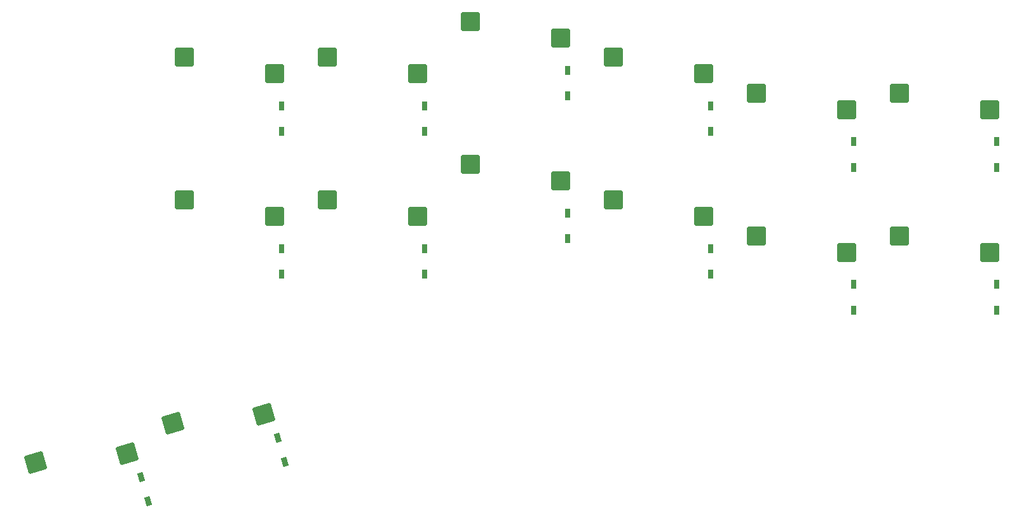
<source format=gbr>
%TF.GenerationSoftware,KiCad,Pcbnew,8.0.0*%
%TF.CreationDate,2024-03-11T23:34:34-04:00*%
%TF.ProjectId,Kiwi MKIII Right,4b697769-204d-44b4-9949-492052696768,rev?*%
%TF.SameCoordinates,Original*%
%TF.FileFunction,Paste,Bot*%
%TF.FilePolarity,Positive*%
%FSLAX46Y46*%
G04 Gerber Fmt 4.6, Leading zero omitted, Abs format (unit mm)*
G04 Created by KiCad (PCBNEW 8.0.0) date 2024-03-11 23:34:34*
%MOMM*%
%LPD*%
G01*
G04 APERTURE LIST*
G04 Aperture macros list*
%AMRoundRect*
0 Rectangle with rounded corners*
0 $1 Rounding radius*
0 $2 $3 $4 $5 $6 $7 $8 $9 X,Y pos of 4 corners*
0 Add a 4 corners polygon primitive as box body*
4,1,4,$2,$3,$4,$5,$6,$7,$8,$9,$2,$3,0*
0 Add four circle primitives for the rounded corners*
1,1,$1+$1,$2,$3*
1,1,$1+$1,$4,$5*
1,1,$1+$1,$6,$7*
1,1,$1+$1,$8,$9*
0 Add four rect primitives between the rounded corners*
20,1,$1+$1,$2,$3,$4,$5,0*
20,1,$1+$1,$4,$5,$6,$7,0*
20,1,$1+$1,$6,$7,$8,$9,0*
20,1,$1+$1,$8,$9,$2,$3,0*%
%AMRotRect*
0 Rectangle, with rotation*
0 The origin of the aperture is its center*
0 $1 length*
0 $2 width*
0 $3 Rotation angle, in degrees counterclockwise*
0 Add horizontal line*
21,1,$1,$2,0,0,$3*%
G04 Aperture macros list end*
%ADD10RoundRect,0.250000X-1.025000X-1.000000X1.025000X-1.000000X1.025000X1.000000X-1.025000X1.000000X0*%
%ADD11RoundRect,0.250000X-0.709656X-1.243790X1.260931X-0.678733X0.709656X1.243790X-1.260931X0.678733X0*%
%ADD12R,0.750000X1.200000*%
%ADD13RotRect,0.750000X1.200000X16.000000*%
G04 APERTURE END LIST*
D10*
%TO.C,SW310*%
X133879300Y-125780200D03*
X145879300Y-127980200D03*
%TD*%
%TO.C,SW303*%
X152929300Y-111492700D03*
X164929300Y-113692700D03*
%TD*%
%TO.C,SW302*%
X171979300Y-116255200D03*
X183979300Y-118455200D03*
%TD*%
%TO.C,SW305*%
X114829300Y-111492700D03*
X126829300Y-113692700D03*
%TD*%
%TO.C,SW304*%
X133879300Y-106730200D03*
X145879300Y-108930200D03*
%TD*%
%TO.C,SW309*%
X152929300Y-130542700D03*
X164929300Y-132742700D03*
%TD*%
%TO.C,SW307*%
X191029300Y-135305200D03*
X203029300Y-137505200D03*
%TD*%
%TO.C,SW311*%
X114829300Y-130542700D03*
X126829300Y-132742700D03*
%TD*%
D11*
%TO.C,SW313*%
X94261060Y-160314861D03*
X106402602Y-159121988D03*
%TD*%
D10*
%TO.C,SW308*%
X171979300Y-135305200D03*
X183979300Y-137505200D03*
%TD*%
%TO.C,SW312*%
X95779300Y-130542700D03*
X107779300Y-132742700D03*
%TD*%
D11*
%TO.C,SW314*%
X75997088Y-165551971D03*
X88138630Y-164359098D03*
%TD*%
D10*
%TO.C,SW301*%
X191029300Y-116255200D03*
X203029300Y-118455200D03*
%TD*%
%TO.C,SW306*%
X95779300Y-111492700D03*
X107779300Y-113692700D03*
%TD*%
D12*
%TO.C,D309*%
X165929300Y-140442700D03*
X165929300Y-137042700D03*
%TD*%
%TO.C,D301*%
X204029300Y-126155200D03*
X204029300Y-122755200D03*
%TD*%
%TO.C,D310*%
X146879300Y-135680200D03*
X146879300Y-132280200D03*
%TD*%
%TO.C,D312*%
X108779300Y-140442700D03*
X108779300Y-137042700D03*
%TD*%
D13*
%TO.C,D314*%
X90983912Y-170738955D03*
X90046744Y-167470665D03*
%TD*%
D12*
%TO.C,D304*%
X146879300Y-116630200D03*
X146879300Y-113230200D03*
%TD*%
%TO.C,D305*%
X127829300Y-121392700D03*
X127829300Y-117992700D03*
%TD*%
%TO.C,D303*%
X165929300Y-121392700D03*
X165929300Y-117992700D03*
%TD*%
D13*
%TO.C,D313*%
X109183912Y-165488955D03*
X108246744Y-162220665D03*
%TD*%
D12*
%TO.C,D311*%
X127829300Y-140442700D03*
X127829300Y-137042700D03*
%TD*%
%TO.C,D302*%
X184979300Y-126155200D03*
X184979300Y-122755200D03*
%TD*%
%TO.C,D307*%
X204029300Y-145205200D03*
X204029300Y-141805200D03*
%TD*%
%TO.C,D306*%
X108779300Y-121392700D03*
X108779300Y-117992700D03*
%TD*%
%TO.C,D308*%
X184979300Y-145205200D03*
X184979300Y-141805200D03*
%TD*%
M02*

</source>
